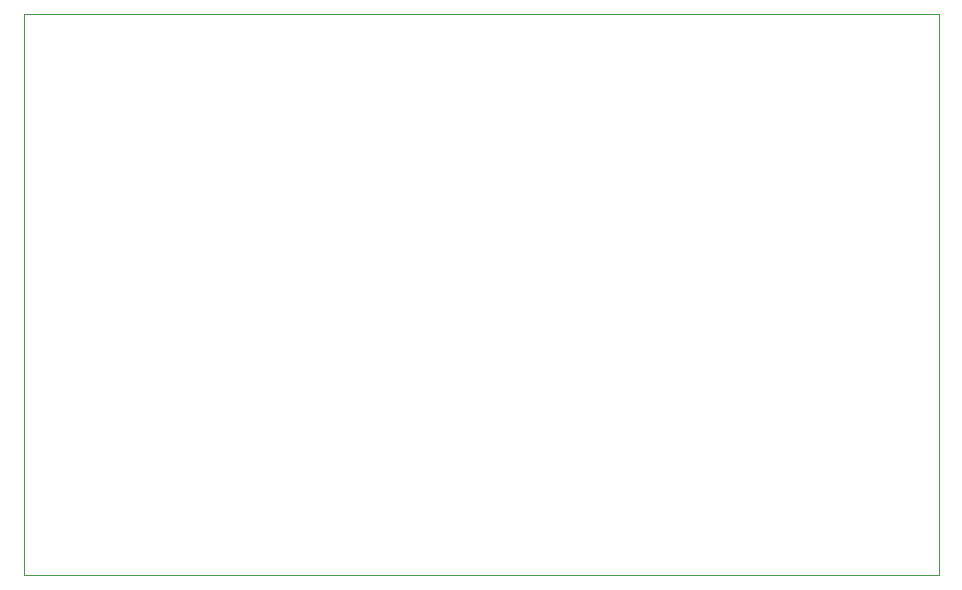
<source format=gm1>
%TF.GenerationSoftware,KiCad,Pcbnew,(6.0.9)*%
%TF.CreationDate,2022-12-04T20:54:03+08:00*%
%TF.ProjectId,kirdyShield,6b697264-7953-4686-9965-6c642e6b6963,rev?*%
%TF.SameCoordinates,Original*%
%TF.FileFunction,Profile,NP*%
%FSLAX46Y46*%
G04 Gerber Fmt 4.6, Leading zero omitted, Abs format (unit mm)*
G04 Created by KiCad (PCBNEW (6.0.9)) date 2022-12-04 20:54:03*
%MOMM*%
%LPD*%
G01*
G04 APERTURE LIST*
%TA.AperFunction,Profile*%
%ADD10C,0.100000*%
%TD*%
G04 APERTURE END LIST*
D10*
X60000000Y-100000000D02*
X60000000Y-147500000D01*
X137500000Y-147500000D02*
X137500000Y-102500000D01*
X137500000Y-100000000D02*
X60000000Y-100000000D01*
X60000000Y-147500000D02*
X137500000Y-147500000D01*
X137500000Y-102500000D02*
X137500000Y-100000000D01*
M02*

</source>
